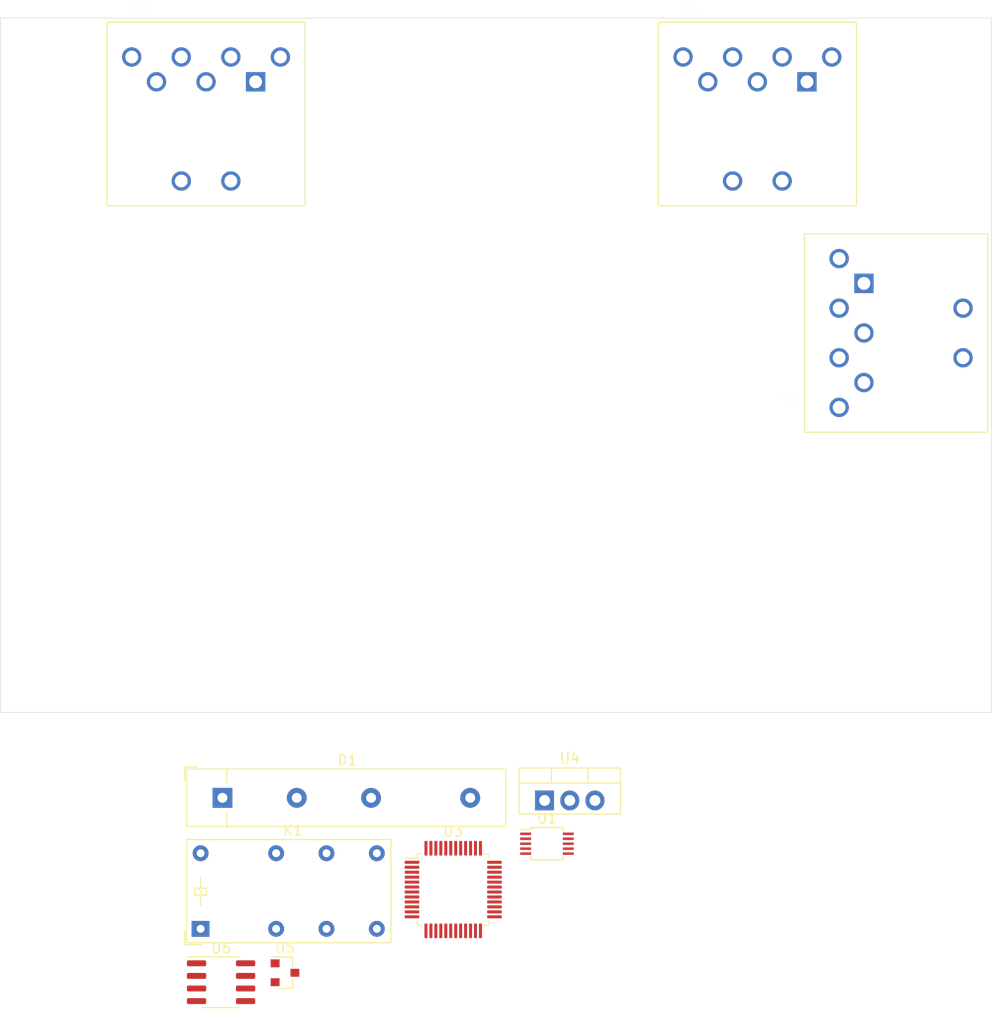
<source format=kicad_pcb>
(kicad_pcb (version 20171130) (host pcbnew 5.1.5+dfsg1-2build2)

  (general
    (thickness 1.6)
    (drawings 4)
    (tracks 0)
    (zones 0)
    (modules 10)
    (nets 11)
  )

  (page A4)
  (layers
    (0 F.Cu signal)
    (31 B.Cu signal)
    (32 B.Adhes user)
    (33 F.Adhes user)
    (34 B.Paste user)
    (35 F.Paste user)
    (36 B.SilkS user)
    (37 F.SilkS user)
    (38 B.Mask user)
    (39 F.Mask user)
    (40 Dwgs.User user)
    (41 Cmts.User user)
    (42 Eco1.User user)
    (43 Eco2.User user)
    (44 Edge.Cuts user)
    (45 Margin user)
    (46 B.CrtYd user)
    (47 F.CrtYd user)
    (48 B.Fab user)
    (49 F.Fab user)
  )

  (setup
    (last_trace_width 0.25)
    (trace_clearance 0.2)
    (zone_clearance 0.508)
    (zone_45_only no)
    (trace_min 0.2)
    (via_size 0.8)
    (via_drill 0.4)
    (via_min_size 0.4)
    (via_min_drill 0.3)
    (uvia_size 0.3)
    (uvia_drill 0.1)
    (uvias_allowed no)
    (uvia_min_size 0.2)
    (uvia_min_drill 0.1)
    (edge_width 0.05)
    (segment_width 0.2)
    (pcb_text_width 0.3)
    (pcb_text_size 1.5 1.5)
    (mod_edge_width 0.12)
    (mod_text_size 1 1)
    (mod_text_width 0.15)
    (pad_size 1.524 1.524)
    (pad_drill 0.762)
    (pad_to_mask_clearance 0.051)
    (solder_mask_min_width 0.25)
    (aux_axis_origin 0 0)
    (visible_elements FFFFFF7F)
    (pcbplotparams
      (layerselection 0x010fc_ffffffff)
      (usegerberextensions false)
      (usegerberattributes false)
      (usegerberadvancedattributes false)
      (creategerberjobfile false)
      (excludeedgelayer true)
      (linewidth 0.100000)
      (plotframeref false)
      (viasonmask false)
      (mode 1)
      (useauxorigin false)
      (hpglpennumber 1)
      (hpglpenspeed 20)
      (hpglpendiameter 15.000000)
      (psnegative false)
      (psa4output false)
      (plotreference true)
      (plotvalue true)
      (plotinvisibletext false)
      (padsonsilk false)
      (subtractmaskfromsilk false)
      (outputformat 1)
      (mirror false)
      (drillshape 1)
      (scaleselection 1)
      (outputdirectory ""))
  )

  (net 0 "")
  (net 1 GND)
  (net 2 "Net-(C5-Pad1)")
  (net 3 +3V3)
  (net 4 "Net-(D1-Pad2)")
  (net 5 "Net-(D1-Pad3)")
  (net 6 "Net-(J3-Pad4)")
  (net 7 "Net-(J4-Pad1)")
  (net 8 "Net-(J4-Pad4)")
  (net 9 "Net-(J5-Pad1)")
  (net 10 "Net-(J5-Pad4)")

  (net_class Default "This is the default net class."
    (clearance 0.2)
    (trace_width 0.25)
    (via_dia 0.8)
    (via_drill 0.4)
    (uvia_dia 0.3)
    (uvia_drill 0.1)
    (add_net +3V3)
    (add_net GND)
    (add_net "Net-(C5-Pad1)")
    (add_net "Net-(D1-Pad2)")
    (add_net "Net-(D1-Pad3)")
    (add_net "Net-(J3-Pad4)")
    (add_net "Net-(J4-Pad1)")
    (add_net "Net-(J4-Pad4)")
    (add_net "Net-(J5-Pad1)")
    (add_net "Net-(J5-Pad4)")
  )

  (module CUI:CUI_SDS-70J (layer F.Cu) (tedit 5F955BD7) (tstamp 5F95B41B)
    (at 162.052 91.694)
    (path /5F7A630D)
    (fp_text reference J5 (at -6.825 -12.635) (layer F.SilkS)
      (effects (font (size 1 1) (thickness 0.015)))
    )
    (fp_text value DIN-7 (at -3.015 8.635) (layer F.Fab)
      (effects (font (size 1 1) (thickness 0.015)))
    )
    (fp_line (start -10 7.5) (end 10 7.5) (layer F.SilkS) (width 0.127))
    (fp_line (start -10 -11) (end 10 -11) (layer F.SilkS) (width 0.127))
    (fp_line (start 10.25 7.75) (end -10.25 7.75) (layer F.CrtYd) (width 0.05))
    (fp_line (start 10.25 -11.25) (end 10.25 7.75) (layer F.CrtYd) (width 0.05))
    (fp_line (start -10.25 -11.25) (end 10.25 -11.25) (layer F.CrtYd) (width 0.05))
    (fp_line (start -10.25 7.75) (end -10.25 -11.25) (layer F.CrtYd) (width 0.05))
    (fp_line (start 10 -11) (end 10 7.5) (layer F.SilkS) (width 0.127))
    (fp_line (start -10 7.5) (end -10 -11) (layer F.SilkS) (width 0.127))
    (fp_line (start 10 7.5) (end -10 7.5) (layer F.Fab) (width 0.127))
    (fp_line (start 10 -11) (end 10 7.5) (layer F.Fab) (width 0.127))
    (fp_line (start -10 -11) (end 10 -11) (layer F.Fab) (width 0.127))
    (fp_line (start -10 7.5) (end -10 -11) (layer F.Fab) (width 0.127))
    (pad 4 thru_hole circle (at 2.5 -7.5) (size 1.95 1.95) (drill 1.3) (layers *.Cu *.Mask)
      (net 10 "Net-(J5-Pad4)"))
    (pad 5 thru_hole circle (at -2.5 -7.5) (size 1.95 1.95) (drill 1.3) (layers *.Cu *.Mask)
      (net 10 "Net-(J5-Pad4)"))
    (pad 3 thru_hole circle (at -5 -5) (size 1.95 1.95) (drill 1.3) (layers *.Cu *.Mask)
      (net 9 "Net-(J5-Pad1)"))
    (pad None np_thru_hole circle (at -7.5 0) (size 2.4 2.4) (drill 2.4) (layers *.Cu *.Mask))
    (pad None np_thru_hole circle (at 7.5 0) (size 2.4 2.4) (drill 2.4) (layers *.Cu *.Mask))
    (pad 6 thru_hole circle (at 7.5 -7.5) (size 1.95 1.95) (drill 1.3) (layers *.Cu *.Mask))
    (pad 7 thru_hole circle (at -7.5 -7.5) (size 1.95 1.95) (drill 1.3) (layers *.Cu *.Mask))
    (pad 1 thru_hole rect (at 5 -5) (size 1.95 1.95) (drill 1.3) (layers *.Cu *.Mask)
      (net 9 "Net-(J5-Pad1)"))
    (pad 2 thru_hole circle (at 0 -5) (size 1.95 1.95) (drill 1.3) (layers *.Cu *.Mask)
      (net 9 "Net-(J5-Pad1)"))
    (pad E2 thru_hole circle (at 2.5 5) (size 1.95 1.95) (drill 1.3) (layers *.Cu *.Mask))
    (pad E1 thru_hole circle (at -2.5 5) (size 1.95 1.95) (drill 1.3) (layers *.Cu *.Mask))
  )

  (module CUI:CUI_SDS-70J (layer F.Cu) (tedit 5F955BC7) (tstamp 5F95B3FE)
    (at 217.678 91.694)
    (path /5F7A1E19)
    (fp_text reference J4 (at -6.825 -12.635) (layer F.SilkS)
      (effects (font (size 1 1) (thickness 0.015)))
    )
    (fp_text value DIN-7 (at -3.015 8.635) (layer F.Fab)
      (effects (font (size 1 1) (thickness 0.015)))
    )
    (fp_line (start -10 7.5) (end 10 7.5) (layer F.SilkS) (width 0.127))
    (fp_line (start -10 -11) (end 10 -11) (layer F.SilkS) (width 0.127))
    (fp_line (start 10.25 7.75) (end -10.25 7.75) (layer F.CrtYd) (width 0.05))
    (fp_line (start 10.25 -11.25) (end 10.25 7.75) (layer F.CrtYd) (width 0.05))
    (fp_line (start -10.25 -11.25) (end 10.25 -11.25) (layer F.CrtYd) (width 0.05))
    (fp_line (start -10.25 7.75) (end -10.25 -11.25) (layer F.CrtYd) (width 0.05))
    (fp_line (start 10 -11) (end 10 7.5) (layer F.SilkS) (width 0.127))
    (fp_line (start -10 7.5) (end -10 -11) (layer F.SilkS) (width 0.127))
    (fp_line (start 10 7.5) (end -10 7.5) (layer F.Fab) (width 0.127))
    (fp_line (start 10 -11) (end 10 7.5) (layer F.Fab) (width 0.127))
    (fp_line (start -10 -11) (end 10 -11) (layer F.Fab) (width 0.127))
    (fp_line (start -10 7.5) (end -10 -11) (layer F.Fab) (width 0.127))
    (pad 4 thru_hole circle (at 2.5 -7.5) (size 1.95 1.95) (drill 1.3) (layers *.Cu *.Mask)
      (net 8 "Net-(J4-Pad4)"))
    (pad 5 thru_hole circle (at -2.5 -7.5) (size 1.95 1.95) (drill 1.3) (layers *.Cu *.Mask)
      (net 8 "Net-(J4-Pad4)"))
    (pad 3 thru_hole circle (at -5 -5) (size 1.95 1.95) (drill 1.3) (layers *.Cu *.Mask)
      (net 7 "Net-(J4-Pad1)"))
    (pad None np_thru_hole circle (at -7.5 0) (size 2.4 2.4) (drill 2.4) (layers *.Cu *.Mask))
    (pad None np_thru_hole circle (at 7.5 0) (size 2.4 2.4) (drill 2.4) (layers *.Cu *.Mask))
    (pad 6 thru_hole circle (at 7.5 -7.5) (size 1.95 1.95) (drill 1.3) (layers *.Cu *.Mask))
    (pad 7 thru_hole circle (at -7.5 -7.5) (size 1.95 1.95) (drill 1.3) (layers *.Cu *.Mask))
    (pad 1 thru_hole rect (at 5 -5) (size 1.95 1.95) (drill 1.3) (layers *.Cu *.Mask)
      (net 7 "Net-(J4-Pad1)"))
    (pad 2 thru_hole circle (at 0 -5) (size 1.95 1.95) (drill 1.3) (layers *.Cu *.Mask)
      (net 7 "Net-(J4-Pad1)"))
    (pad E2 thru_hole circle (at 2.5 5) (size 1.95 1.95) (drill 1.3) (layers *.Cu *.Mask))
    (pad E1 thru_hole circle (at -2.5 5) (size 1.95 1.95) (drill 1.3) (layers *.Cu *.Mask))
  )

  (module CUI:CUI_SDS-70J (layer F.Cu) (tedit 5F955B70) (tstamp 5F95B3E1)
    (at 233.426 112.014 90)
    (path /5F7B9FC7)
    (fp_text reference J3 (at -6.825 -12.635 90) (layer F.SilkS)
      (effects (font (size 1 1) (thickness 0.015)))
    )
    (fp_text value DIN-7 (at -3.015 8.635 90) (layer F.Fab)
      (effects (font (size 1 1) (thickness 0.015)))
    )
    (fp_line (start -10 7.5) (end 10 7.5) (layer F.SilkS) (width 0.127))
    (fp_line (start -10 -11) (end 10 -11) (layer F.SilkS) (width 0.127))
    (fp_line (start 10.25 7.75) (end -10.25 7.75) (layer F.CrtYd) (width 0.05))
    (fp_line (start 10.25 -11.25) (end 10.25 7.75) (layer F.CrtYd) (width 0.05))
    (fp_line (start -10.25 -11.25) (end 10.25 -11.25) (layer F.CrtYd) (width 0.05))
    (fp_line (start -10.25 7.75) (end -10.25 -11.25) (layer F.CrtYd) (width 0.05))
    (fp_line (start 10 -11) (end 10 7.5) (layer F.SilkS) (width 0.127))
    (fp_line (start -10 7.5) (end -10 -11) (layer F.SilkS) (width 0.127))
    (fp_line (start 10 7.5) (end -10 7.5) (layer F.Fab) (width 0.127))
    (fp_line (start 10 -11) (end 10 7.5) (layer F.Fab) (width 0.127))
    (fp_line (start -10 -11) (end 10 -11) (layer F.Fab) (width 0.127))
    (fp_line (start -10 7.5) (end -10 -11) (layer F.Fab) (width 0.127))
    (pad 4 thru_hole circle (at 2.5 -7.5 90) (size 1.95 1.95) (drill 1.3) (layers *.Cu *.Mask)
      (net 6 "Net-(J3-Pad4)"))
    (pad 5 thru_hole circle (at -2.5 -7.5 90) (size 1.95 1.95) (drill 1.3) (layers *.Cu *.Mask)
      (net 6 "Net-(J3-Pad4)"))
    (pad 3 thru_hole circle (at -5 -5 90) (size 1.95 1.95) (drill 1.3) (layers *.Cu *.Mask)
      (net 1 GND))
    (pad None np_thru_hole circle (at -7.5 0 90) (size 2.4 2.4) (drill 2.4) (layers *.Cu *.Mask))
    (pad None np_thru_hole circle (at 7.5 0 90) (size 2.4 2.4) (drill 2.4) (layers *.Cu *.Mask))
    (pad 6 thru_hole circle (at 7.5 -7.5 90) (size 1.95 1.95) (drill 1.3) (layers *.Cu *.Mask)
      (net 5 "Net-(D1-Pad3)"))
    (pad 7 thru_hole circle (at -7.5 -7.5 90) (size 1.95 1.95) (drill 1.3) (layers *.Cu *.Mask)
      (net 4 "Net-(D1-Pad2)"))
    (pad 1 thru_hole rect (at 5 -5 90) (size 1.95 1.95) (drill 1.3) (layers *.Cu *.Mask)
      (net 1 GND))
    (pad 2 thru_hole circle (at 0 -5 90) (size 1.95 1.95) (drill 1.3) (layers *.Cu *.Mask)
      (net 1 GND))
    (pad E2 thru_hole circle (at 2.5 5 90) (size 1.95 1.95) (drill 1.3) (layers *.Cu *.Mask))
    (pad E1 thru_hole circle (at -2.5 5 90) (size 1.95 1.95) (drill 1.3) (layers *.Cu *.Mask))
  )

  (module Package_SO:SOIC-8_3.9x4.9mm_P1.27mm (layer F.Cu) (tedit 5D9F72B1) (tstamp 5F95A8B2)
    (at 163.568 177.462)
    (descr "SOIC, 8 Pin (JEDEC MS-012AA, https://www.analog.com/media/en/package-pcb-resources/package/pkg_pdf/soic_narrow-r/r_8.pdf), generated with kicad-footprint-generator ipc_gullwing_generator.py")
    (tags "SOIC SO")
    (path /5F7BD79E)
    (attr smd)
    (fp_text reference U6 (at 0 -3.4) (layer F.SilkS)
      (effects (font (size 1 1) (thickness 0.15)))
    )
    (fp_text value INA219AxD (at 0 3.4) (layer F.Fab)
      (effects (font (size 1 1) (thickness 0.15)))
    )
    (fp_text user %R (at 0 0) (layer F.Fab)
      (effects (font (size 0.98 0.98) (thickness 0.15)))
    )
    (fp_line (start 3.7 -2.7) (end -3.7 -2.7) (layer F.CrtYd) (width 0.05))
    (fp_line (start 3.7 2.7) (end 3.7 -2.7) (layer F.CrtYd) (width 0.05))
    (fp_line (start -3.7 2.7) (end 3.7 2.7) (layer F.CrtYd) (width 0.05))
    (fp_line (start -3.7 -2.7) (end -3.7 2.7) (layer F.CrtYd) (width 0.05))
    (fp_line (start -1.95 -1.475) (end -0.975 -2.45) (layer F.Fab) (width 0.1))
    (fp_line (start -1.95 2.45) (end -1.95 -1.475) (layer F.Fab) (width 0.1))
    (fp_line (start 1.95 2.45) (end -1.95 2.45) (layer F.Fab) (width 0.1))
    (fp_line (start 1.95 -2.45) (end 1.95 2.45) (layer F.Fab) (width 0.1))
    (fp_line (start -0.975 -2.45) (end 1.95 -2.45) (layer F.Fab) (width 0.1))
    (fp_line (start 0 -2.56) (end -3.45 -2.56) (layer F.SilkS) (width 0.12))
    (fp_line (start 0 -2.56) (end 1.95 -2.56) (layer F.SilkS) (width 0.12))
    (fp_line (start 0 2.56) (end -1.95 2.56) (layer F.SilkS) (width 0.12))
    (fp_line (start 0 2.56) (end 1.95 2.56) (layer F.SilkS) (width 0.12))
    (pad 8 smd roundrect (at 2.475 -1.905) (size 1.95 0.6) (layers F.Cu F.Paste F.Mask) (roundrect_rratio 0.25))
    (pad 7 smd roundrect (at 2.475 -0.635) (size 1.95 0.6) (layers F.Cu F.Paste F.Mask) (roundrect_rratio 0.25))
    (pad 6 smd roundrect (at 2.475 0.635) (size 1.95 0.6) (layers F.Cu F.Paste F.Mask) (roundrect_rratio 0.25))
    (pad 5 smd roundrect (at 2.475 1.905) (size 1.95 0.6) (layers F.Cu F.Paste F.Mask) (roundrect_rratio 0.25))
    (pad 4 smd roundrect (at -2.475 1.905) (size 1.95 0.6) (layers F.Cu F.Paste F.Mask) (roundrect_rratio 0.25))
    (pad 3 smd roundrect (at -2.475 0.635) (size 1.95 0.6) (layers F.Cu F.Paste F.Mask) (roundrect_rratio 0.25))
    (pad 2 smd roundrect (at -2.475 -0.635) (size 1.95 0.6) (layers F.Cu F.Paste F.Mask) (roundrect_rratio 0.25))
    (pad 1 smd roundrect (at -2.475 -1.905) (size 1.95 0.6) (layers F.Cu F.Paste F.Mask) (roundrect_rratio 0.25))
    (model ${KISYS3DMOD}/Package_SO.3dshapes/SOIC-8_3.9x4.9mm_P1.27mm.wrl
      (at (xyz 0 0 0))
      (scale (xyz 1 1 1))
      (rotate (xyz 0 0 0))
    )
  )

  (module Package_TO_SOT_SMD:SOT-23 (layer F.Cu) (tedit 5A02FF57) (tstamp 5F95A898)
    (at 170.018 176.512)
    (descr "SOT-23, Standard")
    (tags SOT-23)
    (path /5F7FB9A3)
    (attr smd)
    (fp_text reference U5 (at 0 -2.5) (layer F.SilkS)
      (effects (font (size 1 1) (thickness 0.15)))
    )
    (fp_text value MCP1700-3302E_SOT23 (at 0 2.5) (layer F.Fab)
      (effects (font (size 1 1) (thickness 0.15)))
    )
    (fp_line (start 0.76 1.58) (end -0.7 1.58) (layer F.SilkS) (width 0.12))
    (fp_line (start 0.76 -1.58) (end -1.4 -1.58) (layer F.SilkS) (width 0.12))
    (fp_line (start -1.7 1.75) (end -1.7 -1.75) (layer F.CrtYd) (width 0.05))
    (fp_line (start 1.7 1.75) (end -1.7 1.75) (layer F.CrtYd) (width 0.05))
    (fp_line (start 1.7 -1.75) (end 1.7 1.75) (layer F.CrtYd) (width 0.05))
    (fp_line (start -1.7 -1.75) (end 1.7 -1.75) (layer F.CrtYd) (width 0.05))
    (fp_line (start 0.76 -1.58) (end 0.76 -0.65) (layer F.SilkS) (width 0.12))
    (fp_line (start 0.76 1.58) (end 0.76 0.65) (layer F.SilkS) (width 0.12))
    (fp_line (start -0.7 1.52) (end 0.7 1.52) (layer F.Fab) (width 0.1))
    (fp_line (start 0.7 -1.52) (end 0.7 1.52) (layer F.Fab) (width 0.1))
    (fp_line (start -0.7 -0.95) (end -0.15 -1.52) (layer F.Fab) (width 0.1))
    (fp_line (start -0.15 -1.52) (end 0.7 -1.52) (layer F.Fab) (width 0.1))
    (fp_line (start -0.7 -0.95) (end -0.7 1.5) (layer F.Fab) (width 0.1))
    (fp_text user %R (at 0 0 90) (layer F.Fab)
      (effects (font (size 0.5 0.5) (thickness 0.075)))
    )
    (pad 3 smd rect (at 1 0) (size 0.9 0.8) (layers F.Cu F.Paste F.Mask)
      (net 2 "Net-(C5-Pad1)"))
    (pad 2 smd rect (at -1 0.95) (size 0.9 0.8) (layers F.Cu F.Paste F.Mask)
      (net 3 +3V3))
    (pad 1 smd rect (at -1 -0.95) (size 0.9 0.8) (layers F.Cu F.Paste F.Mask)
      (net 1 GND))
    (model ${KISYS3DMOD}/Package_TO_SOT_SMD.3dshapes/SOT-23.wrl
      (at (xyz 0 0 0))
      (scale (xyz 1 1 1))
      (rotate (xyz 0 0 0))
    )
  )

  (module Package_TO_SOT_THT:TO-220-3_Vertical (layer F.Cu) (tedit 5AC8BA0D) (tstamp 5F95A883)
    (at 196.208 159.142)
    (descr "TO-220-3, Vertical, RM 2.54mm, see https://www.vishay.com/docs/66542/to-220-1.pdf")
    (tags "TO-220-3 Vertical RM 2.54mm")
    (path /5F7FD25E)
    (fp_text reference U4 (at 2.54 -4.27) (layer F.SilkS)
      (effects (font (size 1 1) (thickness 0.15)))
    )
    (fp_text value LM337_TO220 (at 2.54 2.5) (layer F.Fab)
      (effects (font (size 1 1) (thickness 0.15)))
    )
    (fp_text user %R (at 2.54 -4.27) (layer F.Fab)
      (effects (font (size 1 1) (thickness 0.15)))
    )
    (fp_line (start 7.79 -3.4) (end -2.71 -3.4) (layer F.CrtYd) (width 0.05))
    (fp_line (start 7.79 1.51) (end 7.79 -3.4) (layer F.CrtYd) (width 0.05))
    (fp_line (start -2.71 1.51) (end 7.79 1.51) (layer F.CrtYd) (width 0.05))
    (fp_line (start -2.71 -3.4) (end -2.71 1.51) (layer F.CrtYd) (width 0.05))
    (fp_line (start 4.391 -3.27) (end 4.391 -1.76) (layer F.SilkS) (width 0.12))
    (fp_line (start 0.69 -3.27) (end 0.69 -1.76) (layer F.SilkS) (width 0.12))
    (fp_line (start -2.58 -1.76) (end 7.66 -1.76) (layer F.SilkS) (width 0.12))
    (fp_line (start 7.66 -3.27) (end 7.66 1.371) (layer F.SilkS) (width 0.12))
    (fp_line (start -2.58 -3.27) (end -2.58 1.371) (layer F.SilkS) (width 0.12))
    (fp_line (start -2.58 1.371) (end 7.66 1.371) (layer F.SilkS) (width 0.12))
    (fp_line (start -2.58 -3.27) (end 7.66 -3.27) (layer F.SilkS) (width 0.12))
    (fp_line (start 4.39 -3.15) (end 4.39 -1.88) (layer F.Fab) (width 0.1))
    (fp_line (start 0.69 -3.15) (end 0.69 -1.88) (layer F.Fab) (width 0.1))
    (fp_line (start -2.46 -1.88) (end 7.54 -1.88) (layer F.Fab) (width 0.1))
    (fp_line (start 7.54 -3.15) (end -2.46 -3.15) (layer F.Fab) (width 0.1))
    (fp_line (start 7.54 1.25) (end 7.54 -3.15) (layer F.Fab) (width 0.1))
    (fp_line (start -2.46 1.25) (end 7.54 1.25) (layer F.Fab) (width 0.1))
    (fp_line (start -2.46 -3.15) (end -2.46 1.25) (layer F.Fab) (width 0.1))
    (pad 3 thru_hole oval (at 5.08 0) (size 1.905 2) (drill 1.1) (layers *.Cu *.Mask))
    (pad 2 thru_hole oval (at 2.54 0) (size 1.905 2) (drill 1.1) (layers *.Cu *.Mask))
    (pad 1 thru_hole rect (at 0 0) (size 1.905 2) (drill 1.1) (layers *.Cu *.Mask))
    (model ${KISYS3DMOD}/Package_TO_SOT_THT.3dshapes/TO-220-3_Vertical.wrl
      (at (xyz 0 0 0))
      (scale (xyz 1 1 1))
      (rotate (xyz 0 0 0))
    )
  )

  (module Package_QFP:LQFP-48_7x7mm_P0.5mm (layer F.Cu) (tedit 5D9F72AF) (tstamp 5F95A869)
    (at 186.988 168.122)
    (descr "LQFP, 48 Pin (https://www.analog.com/media/en/technical-documentation/data-sheets/ltc2358-16.pdf), generated with kicad-footprint-generator ipc_gullwing_generator.py")
    (tags "LQFP QFP")
    (path /5F828116)
    (attr smd)
    (fp_text reference U3 (at 0 -5.85) (layer F.SilkS)
      (effects (font (size 1 1) (thickness 0.15)))
    )
    (fp_text value STM32F103C8Tx (at 0 5.85) (layer F.Fab)
      (effects (font (size 1 1) (thickness 0.15)))
    )
    (fp_text user %R (at 0 0) (layer F.Fab)
      (effects (font (size 1 1) (thickness 0.15)))
    )
    (fp_line (start 5.15 3.15) (end 5.15 0) (layer F.CrtYd) (width 0.05))
    (fp_line (start 3.75 3.15) (end 5.15 3.15) (layer F.CrtYd) (width 0.05))
    (fp_line (start 3.75 3.75) (end 3.75 3.15) (layer F.CrtYd) (width 0.05))
    (fp_line (start 3.15 3.75) (end 3.75 3.75) (layer F.CrtYd) (width 0.05))
    (fp_line (start 3.15 5.15) (end 3.15 3.75) (layer F.CrtYd) (width 0.05))
    (fp_line (start 0 5.15) (end 3.15 5.15) (layer F.CrtYd) (width 0.05))
    (fp_line (start -5.15 3.15) (end -5.15 0) (layer F.CrtYd) (width 0.05))
    (fp_line (start -3.75 3.15) (end -5.15 3.15) (layer F.CrtYd) (width 0.05))
    (fp_line (start -3.75 3.75) (end -3.75 3.15) (layer F.CrtYd) (width 0.05))
    (fp_line (start -3.15 3.75) (end -3.75 3.75) (layer F.CrtYd) (width 0.05))
    (fp_line (start -3.15 5.15) (end -3.15 3.75) (layer F.CrtYd) (width 0.05))
    (fp_line (start 0 5.15) (end -3.15 5.15) (layer F.CrtYd) (width 0.05))
    (fp_line (start 5.15 -3.15) (end 5.15 0) (layer F.CrtYd) (width 0.05))
    (fp_line (start 3.75 -3.15) (end 5.15 -3.15) (layer F.CrtYd) (width 0.05))
    (fp_line (start 3.75 -3.75) (end 3.75 -3.15) (layer F.CrtYd) (width 0.05))
    (fp_line (start 3.15 -3.75) (end 3.75 -3.75) (layer F.CrtYd) (width 0.05))
    (fp_line (start 3.15 -5.15) (end 3.15 -3.75) (layer F.CrtYd) (width 0.05))
    (fp_line (start 0 -5.15) (end 3.15 -5.15) (layer F.CrtYd) (width 0.05))
    (fp_line (start -5.15 -3.15) (end -5.15 0) (layer F.CrtYd) (width 0.05))
    (fp_line (start -3.75 -3.15) (end -5.15 -3.15) (layer F.CrtYd) (width 0.05))
    (fp_line (start -3.75 -3.75) (end -3.75 -3.15) (layer F.CrtYd) (width 0.05))
    (fp_line (start -3.15 -3.75) (end -3.75 -3.75) (layer F.CrtYd) (width 0.05))
    (fp_line (start -3.15 -5.15) (end -3.15 -3.75) (layer F.CrtYd) (width 0.05))
    (fp_line (start 0 -5.15) (end -3.15 -5.15) (layer F.CrtYd) (width 0.05))
    (fp_line (start -3.5 -2.5) (end -2.5 -3.5) (layer F.Fab) (width 0.1))
    (fp_line (start -3.5 3.5) (end -3.5 -2.5) (layer F.Fab) (width 0.1))
    (fp_line (start 3.5 3.5) (end -3.5 3.5) (layer F.Fab) (width 0.1))
    (fp_line (start 3.5 -3.5) (end 3.5 3.5) (layer F.Fab) (width 0.1))
    (fp_line (start -2.5 -3.5) (end 3.5 -3.5) (layer F.Fab) (width 0.1))
    (fp_line (start -3.61 -3.16) (end -4.9 -3.16) (layer F.SilkS) (width 0.12))
    (fp_line (start -3.61 -3.61) (end -3.61 -3.16) (layer F.SilkS) (width 0.12))
    (fp_line (start -3.16 -3.61) (end -3.61 -3.61) (layer F.SilkS) (width 0.12))
    (fp_line (start 3.61 -3.61) (end 3.61 -3.16) (layer F.SilkS) (width 0.12))
    (fp_line (start 3.16 -3.61) (end 3.61 -3.61) (layer F.SilkS) (width 0.12))
    (fp_line (start -3.61 3.61) (end -3.61 3.16) (layer F.SilkS) (width 0.12))
    (fp_line (start -3.16 3.61) (end -3.61 3.61) (layer F.SilkS) (width 0.12))
    (fp_line (start 3.61 3.61) (end 3.61 3.16) (layer F.SilkS) (width 0.12))
    (fp_line (start 3.16 3.61) (end 3.61 3.61) (layer F.SilkS) (width 0.12))
    (pad 48 smd roundrect (at -2.75 -4.1625) (size 0.3 1.475) (layers F.Cu F.Paste F.Mask) (roundrect_rratio 0.25)
      (net 3 +3V3))
    (pad 47 smd roundrect (at -2.25 -4.1625) (size 0.3 1.475) (layers F.Cu F.Paste F.Mask) (roundrect_rratio 0.25)
      (net 1 GND))
    (pad 46 smd roundrect (at -1.75 -4.1625) (size 0.3 1.475) (layers F.Cu F.Paste F.Mask) (roundrect_rratio 0.25))
    (pad 45 smd roundrect (at -1.25 -4.1625) (size 0.3 1.475) (layers F.Cu F.Paste F.Mask) (roundrect_rratio 0.25))
    (pad 44 smd roundrect (at -0.75 -4.1625) (size 0.3 1.475) (layers F.Cu F.Paste F.Mask) (roundrect_rratio 0.25))
    (pad 43 smd roundrect (at -0.25 -4.1625) (size 0.3 1.475) (layers F.Cu F.Paste F.Mask) (roundrect_rratio 0.25))
    (pad 42 smd roundrect (at 0.25 -4.1625) (size 0.3 1.475) (layers F.Cu F.Paste F.Mask) (roundrect_rratio 0.25))
    (pad 41 smd roundrect (at 0.75 -4.1625) (size 0.3 1.475) (layers F.Cu F.Paste F.Mask) (roundrect_rratio 0.25))
    (pad 40 smd roundrect (at 1.25 -4.1625) (size 0.3 1.475) (layers F.Cu F.Paste F.Mask) (roundrect_rratio 0.25))
    (pad 39 smd roundrect (at 1.75 -4.1625) (size 0.3 1.475) (layers F.Cu F.Paste F.Mask) (roundrect_rratio 0.25))
    (pad 38 smd roundrect (at 2.25 -4.1625) (size 0.3 1.475) (layers F.Cu F.Paste F.Mask) (roundrect_rratio 0.25))
    (pad 37 smd roundrect (at 2.75 -4.1625) (size 0.3 1.475) (layers F.Cu F.Paste F.Mask) (roundrect_rratio 0.25))
    (pad 36 smd roundrect (at 4.1625 -2.75) (size 1.475 0.3) (layers F.Cu F.Paste F.Mask) (roundrect_rratio 0.25)
      (net 3 +3V3))
    (pad 35 smd roundrect (at 4.1625 -2.25) (size 1.475 0.3) (layers F.Cu F.Paste F.Mask) (roundrect_rratio 0.25)
      (net 1 GND))
    (pad 34 smd roundrect (at 4.1625 -1.75) (size 1.475 0.3) (layers F.Cu F.Paste F.Mask) (roundrect_rratio 0.25))
    (pad 33 smd roundrect (at 4.1625 -1.25) (size 1.475 0.3) (layers F.Cu F.Paste F.Mask) (roundrect_rratio 0.25))
    (pad 32 smd roundrect (at 4.1625 -0.75) (size 1.475 0.3) (layers F.Cu F.Paste F.Mask) (roundrect_rratio 0.25))
    (pad 31 smd roundrect (at 4.1625 -0.25) (size 1.475 0.3) (layers F.Cu F.Paste F.Mask) (roundrect_rratio 0.25))
    (pad 30 smd roundrect (at 4.1625 0.25) (size 1.475 0.3) (layers F.Cu F.Paste F.Mask) (roundrect_rratio 0.25))
    (pad 29 smd roundrect (at 4.1625 0.75) (size 1.475 0.3) (layers F.Cu F.Paste F.Mask) (roundrect_rratio 0.25))
    (pad 28 smd roundrect (at 4.1625 1.25) (size 1.475 0.3) (layers F.Cu F.Paste F.Mask) (roundrect_rratio 0.25))
    (pad 27 smd roundrect (at 4.1625 1.75) (size 1.475 0.3) (layers F.Cu F.Paste F.Mask) (roundrect_rratio 0.25))
    (pad 26 smd roundrect (at 4.1625 2.25) (size 1.475 0.3) (layers F.Cu F.Paste F.Mask) (roundrect_rratio 0.25))
    (pad 25 smd roundrect (at 4.1625 2.75) (size 1.475 0.3) (layers F.Cu F.Paste F.Mask) (roundrect_rratio 0.25))
    (pad 24 smd roundrect (at 2.75 4.1625) (size 0.3 1.475) (layers F.Cu F.Paste F.Mask) (roundrect_rratio 0.25)
      (net 3 +3V3))
    (pad 23 smd roundrect (at 2.25 4.1625) (size 0.3 1.475) (layers F.Cu F.Paste F.Mask) (roundrect_rratio 0.25)
      (net 1 GND))
    (pad 22 smd roundrect (at 1.75 4.1625) (size 0.3 1.475) (layers F.Cu F.Paste F.Mask) (roundrect_rratio 0.25))
    (pad 21 smd roundrect (at 1.25 4.1625) (size 0.3 1.475) (layers F.Cu F.Paste F.Mask) (roundrect_rratio 0.25))
    (pad 20 smd roundrect (at 0.75 4.1625) (size 0.3 1.475) (layers F.Cu F.Paste F.Mask) (roundrect_rratio 0.25))
    (pad 19 smd roundrect (at 0.25 4.1625) (size 0.3 1.475) (layers F.Cu F.Paste F.Mask) (roundrect_rratio 0.25))
    (pad 18 smd roundrect (at -0.25 4.1625) (size 0.3 1.475) (layers F.Cu F.Paste F.Mask) (roundrect_rratio 0.25))
    (pad 17 smd roundrect (at -0.75 4.1625) (size 0.3 1.475) (layers F.Cu F.Paste F.Mask) (roundrect_rratio 0.25))
    (pad 16 smd roundrect (at -1.25 4.1625) (size 0.3 1.475) (layers F.Cu F.Paste F.Mask) (roundrect_rratio 0.25))
    (pad 15 smd roundrect (at -1.75 4.1625) (size 0.3 1.475) (layers F.Cu F.Paste F.Mask) (roundrect_rratio 0.25))
    (pad 14 smd roundrect (at -2.25 4.1625) (size 0.3 1.475) (layers F.Cu F.Paste F.Mask) (roundrect_rratio 0.25))
    (pad 13 smd roundrect (at -2.75 4.1625) (size 0.3 1.475) (layers F.Cu F.Paste F.Mask) (roundrect_rratio 0.25))
    (pad 12 smd roundrect (at -4.1625 2.75) (size 1.475 0.3) (layers F.Cu F.Paste F.Mask) (roundrect_rratio 0.25))
    (pad 11 smd roundrect (at -4.1625 2.25) (size 1.475 0.3) (layers F.Cu F.Paste F.Mask) (roundrect_rratio 0.25))
    (pad 10 smd roundrect (at -4.1625 1.75) (size 1.475 0.3) (layers F.Cu F.Paste F.Mask) (roundrect_rratio 0.25))
    (pad 9 smd roundrect (at -4.1625 1.25) (size 1.475 0.3) (layers F.Cu F.Paste F.Mask) (roundrect_rratio 0.25)
      (net 3 +3V3))
    (pad 8 smd roundrect (at -4.1625 0.75) (size 1.475 0.3) (layers F.Cu F.Paste F.Mask) (roundrect_rratio 0.25)
      (net 1 GND))
    (pad 7 smd roundrect (at -4.1625 0.25) (size 1.475 0.3) (layers F.Cu F.Paste F.Mask) (roundrect_rratio 0.25))
    (pad 6 smd roundrect (at -4.1625 -0.25) (size 1.475 0.3) (layers F.Cu F.Paste F.Mask) (roundrect_rratio 0.25))
    (pad 5 smd roundrect (at -4.1625 -0.75) (size 1.475 0.3) (layers F.Cu F.Paste F.Mask) (roundrect_rratio 0.25))
    (pad 4 smd roundrect (at -4.1625 -1.25) (size 1.475 0.3) (layers F.Cu F.Paste F.Mask) (roundrect_rratio 0.25))
    (pad 3 smd roundrect (at -4.1625 -1.75) (size 1.475 0.3) (layers F.Cu F.Paste F.Mask) (roundrect_rratio 0.25))
    (pad 2 smd roundrect (at -4.1625 -2.25) (size 1.475 0.3) (layers F.Cu F.Paste F.Mask) (roundrect_rratio 0.25))
    (pad 1 smd roundrect (at -4.1625 -2.75) (size 1.475 0.3) (layers F.Cu F.Paste F.Mask) (roundrect_rratio 0.25))
    (model ${KISYS3DMOD}/Package_QFP.3dshapes/LQFP-48_7x7mm_P0.5mm.wrl
      (at (xyz 0 0 0))
      (scale (xyz 1 1 1))
      (rotate (xyz 0 0 0))
    )
  )

  (module Package_SO:TSSOP-10_3x3mm_P0.5mm (layer F.Cu) (tedit 5A02F25C) (tstamp 5F95A80E)
    (at 196.448 163.502)
    (descr "TSSOP10: plastic thin shrink small outline package; 10 leads; body width 3 mm; (see NXP SSOP-TSSOP-VSO-REFLOW.pdf and sot552-1_po.pdf)")
    (tags "SSOP 0.5")
    (path /5F7BBF2D)
    (attr smd)
    (fp_text reference U1 (at 0 -2.55) (layer F.SilkS)
      (effects (font (size 1 1) (thickness 0.15)))
    )
    (fp_text value ADS1015IDGS (at 0 2.55) (layer F.Fab)
      (effects (font (size 1 1) (thickness 0.15)))
    )
    (fp_text user %R (at 0 0) (layer F.Fab)
      (effects (font (size 0.6 0.6) (thickness 0.15)))
    )
    (fp_line (start -1.625 -1.45) (end -2.7 -1.45) (layer F.SilkS) (width 0.15))
    (fp_line (start -1.625 1.625) (end 1.625 1.625) (layer F.SilkS) (width 0.15))
    (fp_line (start -1.625 -1.625) (end 1.625 -1.625) (layer F.SilkS) (width 0.15))
    (fp_line (start -1.625 1.625) (end -1.625 1.35) (layer F.SilkS) (width 0.15))
    (fp_line (start 1.625 1.625) (end 1.625 1.35) (layer F.SilkS) (width 0.15))
    (fp_line (start 1.625 -1.625) (end 1.625 -1.35) (layer F.SilkS) (width 0.15))
    (fp_line (start -1.625 -1.625) (end -1.625 -1.45) (layer F.SilkS) (width 0.15))
    (fp_line (start -2.95 1.8) (end 2.95 1.8) (layer F.CrtYd) (width 0.05))
    (fp_line (start -2.95 -1.8) (end 2.95 -1.8) (layer F.CrtYd) (width 0.05))
    (fp_line (start 2.95 -1.8) (end 2.95 1.8) (layer F.CrtYd) (width 0.05))
    (fp_line (start -2.95 -1.8) (end -2.95 1.8) (layer F.CrtYd) (width 0.05))
    (fp_line (start -1.5 -0.5) (end -0.5 -1.5) (layer F.Fab) (width 0.15))
    (fp_line (start -1.5 1.5) (end -1.5 -0.5) (layer F.Fab) (width 0.15))
    (fp_line (start 1.5 1.5) (end -1.5 1.5) (layer F.Fab) (width 0.15))
    (fp_line (start 1.5 -1.5) (end 1.5 1.5) (layer F.Fab) (width 0.15))
    (fp_line (start -0.5 -1.5) (end 1.5 -1.5) (layer F.Fab) (width 0.15))
    (pad 10 smd rect (at 2.15 -1) (size 1.1 0.25) (layers F.Cu F.Paste F.Mask))
    (pad 9 smd rect (at 2.15 -0.5) (size 1.1 0.25) (layers F.Cu F.Paste F.Mask))
    (pad 8 smd rect (at 2.15 0) (size 1.1 0.25) (layers F.Cu F.Paste F.Mask))
    (pad 7 smd rect (at 2.15 0.5) (size 1.1 0.25) (layers F.Cu F.Paste F.Mask))
    (pad 6 smd rect (at 2.15 1) (size 1.1 0.25) (layers F.Cu F.Paste F.Mask))
    (pad 5 smd rect (at -2.15 1) (size 1.1 0.25) (layers F.Cu F.Paste F.Mask))
    (pad 4 smd rect (at -2.15 0.5) (size 1.1 0.25) (layers F.Cu F.Paste F.Mask))
    (pad 3 smd rect (at -2.15 0) (size 1.1 0.25) (layers F.Cu F.Paste F.Mask))
    (pad 2 smd rect (at -2.15 -0.5) (size 1.1 0.25) (layers F.Cu F.Paste F.Mask))
    (pad 1 smd rect (at -2.15 -1) (size 1.1 0.25) (layers F.Cu F.Paste F.Mask))
    (model ${KISYS3DMOD}/Package_SO.3dshapes/TSSOP-10_3x3mm_P0.5mm.wrl
      (at (xyz 0 0 0))
      (scale (xyz 1 1 1))
      (rotate (xyz 0 0 0))
    )
  )

  (module Relay_THT:Relay_DPDT_Finder_30.22 (layer F.Cu) (tedit 5A6F8F81) (tstamp 5F95A7EF)
    (at 161.503 172.082)
    (descr "Finder 32.21-x000 Relay, DPDT, https://gfinder.findernet.com/public/attachments/30/EN/S30EN.pdf")
    (tags "AXICOM IM-Series Relay SPDT")
    (path /5F7D0A71)
    (fp_text reference K1 (at 9.3 -9.9) (layer F.SilkS)
      (effects (font (size 1 1) (thickness 0.15)))
    )
    (fp_text value FINDER-30.22 (at 8.4 2.4) (layer F.Fab)
      (effects (font (size 1 1) (thickness 0.15)))
    )
    (fp_line (start 19.29 1.49) (end -1.51 1.49) (layer F.CrtYd) (width 0.05))
    (fp_line (start 19.29 1.49) (end 19.29 -9.11) (layer F.CrtYd) (width 0.05))
    (fp_line (start -1.51 -9.11) (end -1.51 1.49) (layer F.CrtYd) (width 0.05))
    (fp_line (start -1.51 -9.11) (end 19.29 -9.11) (layer F.CrtYd) (width 0.05))
    (fp_line (start 0 -2.3) (end 0 -5.2) (layer F.Fab) (width 0.12))
    (fp_line (start -0.6 -4.1) (end -0.6 -3.4) (layer F.SilkS) (width 0.12))
    (fp_line (start 0.6 -4.1) (end -0.6 -4.1) (layer F.SilkS) (width 0.12))
    (fp_line (start 0.6 -3.4) (end 0.6 -4.1) (layer F.SilkS) (width 0.12))
    (fp_line (start -0.6 -3.4) (end 0.6 -3.4) (layer F.SilkS) (width 0.12))
    (fp_line (start 0.2 -3.4) (end -0.2 -4.1) (layer F.SilkS) (width 0.12))
    (fp_line (start 0 -4.1) (end 0 -5.2) (layer F.SilkS) (width 0.12))
    (fp_line (start 0 -3.4) (end 0 -2.3) (layer F.SilkS) (width 0.12))
    (fp_line (start 19.04 1.24) (end 0.04 1.2) (layer F.Fab) (width 0.12))
    (fp_line (start 19.04 -8.86) (end 19.04 1.24) (layer F.Fab) (width 0.12))
    (fp_line (start -1.22 -8.86) (end 19.04 -8.86) (layer F.Fab) (width 0.12))
    (fp_line (start -1.26 -0.2) (end -1.22 -8.86) (layer F.Fab) (width 0.12))
    (fp_line (start 19.2 -9) (end 19.2 1.4) (layer F.SilkS) (width 0.12))
    (fp_line (start -1.4 -9) (end 19.2 -9) (layer F.SilkS) (width 0.12))
    (fp_line (start -1.4 1.4) (end -1.4 -9) (layer F.SilkS) (width 0.12))
    (fp_line (start 19.2 1.4) (end -1.4 1.4) (layer F.SilkS) (width 0.12))
    (fp_line (start -1.6 1.6) (end -1.6 0.1) (layer F.SilkS) (width 0.12))
    (fp_line (start 0.1 1.6) (end -1.6 1.6) (layer F.SilkS) (width 0.12))
    (fp_line (start 0.04 1.2) (end -1.26 -0.2) (layer F.Fab) (width 0.12))
    (fp_text user %R (at 10.2 -4.1 180) (layer F.Fab)
      (effects (font (size 1 1) (thickness 0.15)))
    )
    (pad 12 thru_hole circle (at 12.7 0 90) (size 1.6 1.6) (drill 0.8) (layers *.Cu *.Mask))
    (pad 14 thru_hole circle (at 17.78 0 90) (size 1.6 1.6) (drill 0.8) (layers *.Cu *.Mask))
    (pad 11 thru_hole circle (at 7.62 0 90) (size 1.6 1.6) (drill 0.8) (layers *.Cu *.Mask))
    (pad A2 thru_hole circle (at 0 -7.62 90) (size 1.6 1.6) (drill 0.8) (layers *.Cu *.Mask))
    (pad A1 thru_hole rect (at 0 0 90) (size 1.6 1.8) (drill 0.8) (layers *.Cu *.Mask))
    (pad 24 thru_hole circle (at 17.78 -7.62 180) (size 1.6 1.6) (drill 0.8) (layers *.Cu *.Mask))
    (pad 22 thru_hole circle (at 12.7 -7.62 90) (size 1.6 1.6) (drill 0.8) (layers *.Cu *.Mask))
    (pad 21 thru_hole circle (at 7.62 -7.62 90) (size 1.6 1.6) (drill 0.8) (layers *.Cu *.Mask))
    (model ${KISYS3DMOD}/Relay_THT.3dshapes/Relay_DPDT_Finder_30.22.wrl
      (at (xyz 0 0 0))
      (scale (xyz 1 1 1))
      (rotate (xyz 0 0 0))
    )
  )

  (module Diode_THT:Diode_Bridge_32.0x5.6x17.0mm_P10.0mm_P7.5mm (layer F.Cu) (tedit 5A50C79D) (tstamp 5F95A7CB)
    (at 163.703 158.877)
    (descr "Diotec 32x5.6x17mm rectifier package, 7.5mm/10mm pitch, see https://diotec.com/tl_files/diotec/files/pdf/datasheets/b40c3700.pdf")
    (tags "Diotec rectifier diode bridge")
    (path /5F7D9902)
    (fp_text reference D1 (at 12.6 -3.8 180) (layer F.SilkS)
      (effects (font (size 1 1) (thickness 0.15)))
    )
    (fp_text value 121 (at 12.6 4 180) (layer F.Fab)
      (effects (font (size 1 1) (thickness 0.15)))
    )
    (fp_text user %R (at 12.6 0 180) (layer F.Fab)
      (effects (font (size 1 1) (thickness 0.15)))
    )
    (fp_line (start -3.5 2.8) (end 28.5 2.8) (layer F.Fab) (width 0.12))
    (fp_line (start 28.5 2.8) (end 28.5 -2.8) (layer F.Fab) (width 0.12))
    (fp_line (start 28.5 -2.8) (end -2.5 -2.8) (layer F.Fab) (width 0.12))
    (fp_line (start -2.5 -2.8) (end -3.5 -1.7) (layer F.Fab) (width 0.12))
    (fp_line (start -3.5 -1.7) (end -3.5 2.8) (layer F.Fab) (width 0.12))
    (fp_line (start 0.45 -2.8) (end 0.45 2.8) (layer F.Fab) (width 0.12))
    (fp_line (start 28.6 -2.9) (end 28.6 2.9) (layer F.SilkS) (width 0.12))
    (fp_line (start 28.6 2.9) (end -3.6 2.9) (layer F.SilkS) (width 0.12))
    (fp_line (start -3.6 2.9) (end -3.6 -2.9) (layer F.SilkS) (width 0.12))
    (fp_line (start -3.6 -2.9) (end 28.6 -2.9) (layer F.SilkS) (width 0.12))
    (fp_line (start 0.45 -2.9) (end 0.45 -1.5) (layer F.SilkS) (width 0.12))
    (fp_line (start 0.45 2.9) (end 0.45 1.5) (layer F.SilkS) (width 0.12))
    (fp_line (start -3.8 -1.7) (end -3.8 -3.1) (layer F.SilkS) (width 0.12))
    (fp_line (start -3.8 -3.1) (end -2.5 -3.1) (layer F.SilkS) (width 0.12))
    (fp_line (start -3.75 -3.05) (end 28.75 -3.05) (layer F.CrtYd) (width 0.05))
    (fp_line (start 28.75 -3.05) (end 28.75 3.05) (layer F.CrtYd) (width 0.05))
    (fp_line (start 28.75 3.05) (end -3.75 3.05) (layer F.CrtYd) (width 0.05))
    (fp_line (start -3.75 3.05) (end -3.75 -3.05) (layer F.CrtYd) (width 0.05))
    (pad 1 thru_hole rect (at 0 0) (size 2 2) (drill 1) (layers *.Cu *.Mask)
      (net 1 GND))
    (pad 2 thru_hole circle (at 7.5 0) (size 2 2) (drill 1) (layers *.Cu *.Mask)
      (net 4 "Net-(D1-Pad2)"))
    (pad 3 thru_hole circle (at 15 0) (size 2 2) (drill 1) (layers *.Cu *.Mask)
      (net 5 "Net-(D1-Pad3)"))
    (pad 4 thru_hole circle (at 25 0) (size 2 2) (drill 1) (layers *.Cu *.Mask)
      (net 2 "Net-(C5-Pad1)"))
    (model ${KISYS3DMOD}/Diode_THT.3dshapes/Diode_Bridge_32.0x5.6x17.0mm_P10.0mm_P7.5mm.wrl
      (at (xyz 0 0 0))
      (scale (xyz 1 1 1))
      (rotate (xyz 0 0 0))
    )
  )

  (gr_line (start 141.2875 80.264) (end 141.2875 150.264) (layer Edge.Cuts) (width 0.05))
  (gr_line (start 141.2875 80.264) (end 241.2875 80.264) (layer Edge.Cuts) (width 0.05))
  (gr_line (start 141.2875 150.264) (end 241.2875 150.264) (layer Edge.Cuts) (width 0.05) (tstamp 5F95A6AF))
  (gr_line (start 241.2875 80.264) (end 241.2875 150.264) (layer Edge.Cuts) (width 0.05) (tstamp 5F95A6A7))

)

</source>
